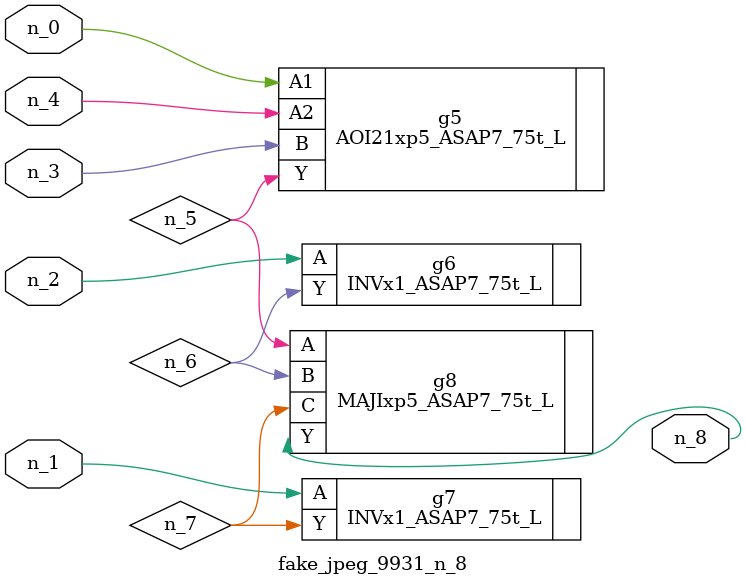
<source format=v>
module fake_jpeg_9931_n_8 (n_3, n_2, n_1, n_0, n_4, n_8);

input n_3;
input n_2;
input n_1;
input n_0;
input n_4;

output n_8;

wire n_6;
wire n_5;
wire n_7;

AOI21xp5_ASAP7_75t_L g5 ( 
.A1(n_0),
.A2(n_4),
.B(n_3),
.Y(n_5)
);

INVx1_ASAP7_75t_L g6 ( 
.A(n_2),
.Y(n_6)
);

INVx1_ASAP7_75t_L g7 ( 
.A(n_1),
.Y(n_7)
);

MAJIxp5_ASAP7_75t_L g8 ( 
.A(n_5),
.B(n_6),
.C(n_7),
.Y(n_8)
);


endmodule
</source>
